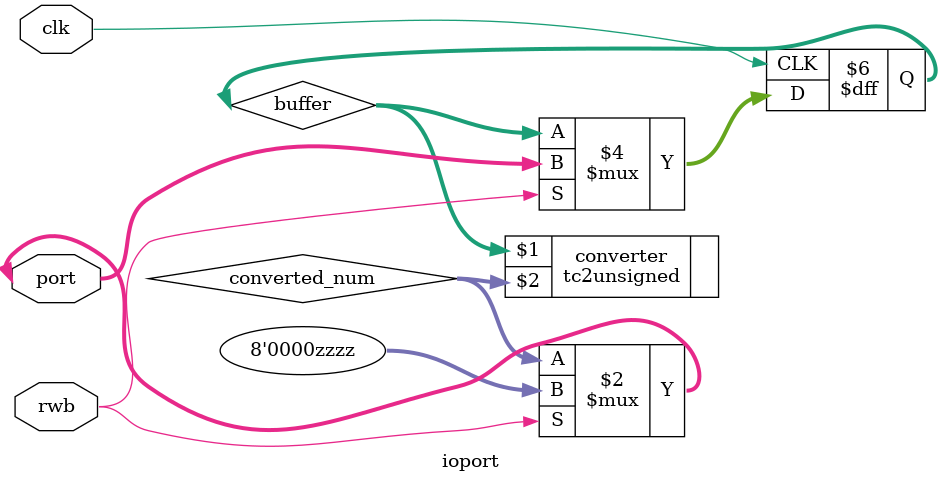
<source format=v>
module ioport(clk, rwb, port);
	inout [7:0] port;
	input clk, rwb;

	wire [7:0] converted_num;

	reg [7:0] buffer;

    tc2unsigned converter(buffer, converted_num);

	assign port = (rwb) ? 4'hz : converted_num;

	always @ (posedge clk) begin
		if (rwb) buffer <= port;
	end
endmodule

</source>
